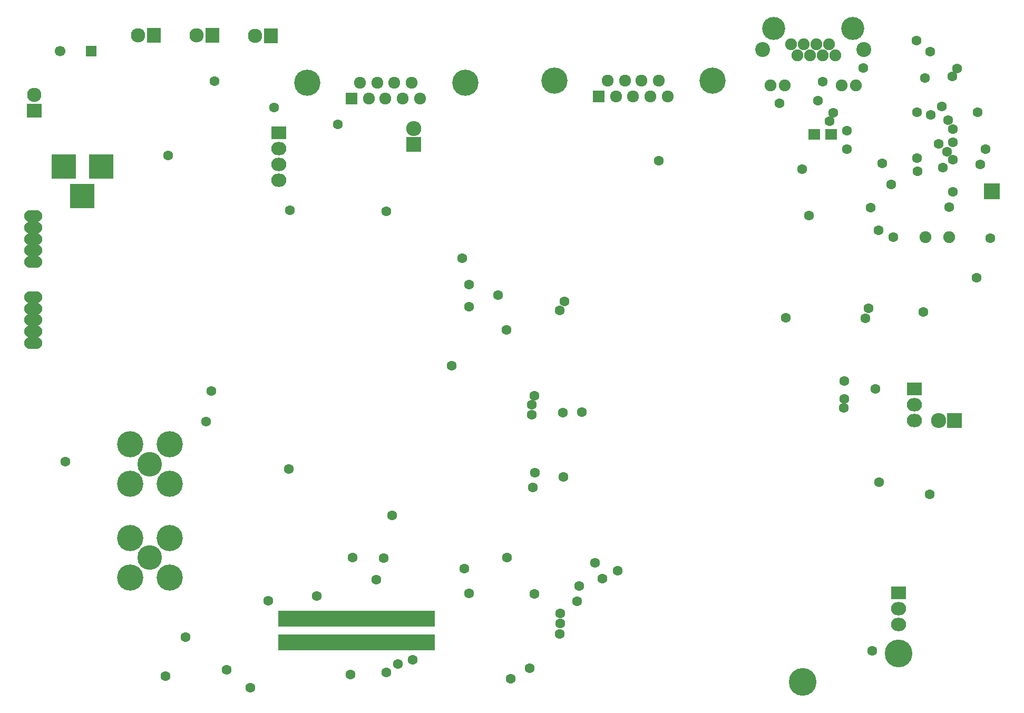
<source format=gbr>
G04 #@! TF.FileFunction,Soldermask,Bot*
%FSLAX46Y46*%
G04 Gerber Fmt 4.6, Leading zero omitted, Abs format (unit mm)*
G04 Created by KiCad (PCBNEW 4.0.2-1.fc23-product) date Thu 28 Jul 2016 11:49:27 AM EEST*
%MOMM*%
G01*
G04 APERTURE LIST*
%ADD10C,0.100000*%
%ADD11R,0.700000X2.559000*%
%ADD12C,4.210000*%
%ADD13R,1.924000X1.924000*%
%ADD14C,1.924000*%
%ADD15R,3.900120X3.900120*%
%ADD16R,2.300000X2.400000*%
%ADD17C,2.300000*%
%ADD18R,2.400000X2.300000*%
%ADD19R,2.432000X2.432000*%
%ADD20O,2.432000X2.432000*%
%ADD21R,2.432000X2.127200*%
%ADD22O,2.432000X2.127200*%
%ADD23R,2.635200X2.635200*%
%ADD24R,1.900000X1.700000*%
%ADD25O,2.899360X1.901140*%
%ADD26C,4.464000*%
%ADD27C,1.901140*%
%ADD28R,1.700000X1.700000*%
%ADD29C,1.700000*%
%ADD30C,2.400000*%
%ADD31C,3.700000*%
%ADD32C,3.956000*%
%ADD33C,1.600000*%
G04 APERTURE END LIST*
D10*
D11*
X111683000Y-134234000D03*
X111183000Y-134234000D03*
X110683000Y-134234000D03*
X110183000Y-134234000D03*
X109683000Y-134234000D03*
X109183000Y-134234000D03*
X108683000Y-134234000D03*
X108183000Y-134234000D03*
X107683000Y-134234000D03*
X107183000Y-134234000D03*
X106683000Y-134234000D03*
X106183000Y-134234000D03*
X105683000Y-134234000D03*
X105183000Y-134234000D03*
X104683000Y-134234000D03*
X104183000Y-134234000D03*
X103683000Y-134234000D03*
X103183000Y-134234000D03*
X102683000Y-134234000D03*
X102183000Y-134234000D03*
X101683000Y-134234000D03*
X101183000Y-134234000D03*
X100683000Y-134234000D03*
X100183000Y-134234000D03*
X99683000Y-134234000D03*
X112183000Y-134234000D03*
X112683000Y-134234000D03*
X113183000Y-134234000D03*
X113683000Y-134234000D03*
X114183000Y-134234000D03*
X114683000Y-134234000D03*
X115183000Y-134234000D03*
X115683000Y-134234000D03*
X116183000Y-134234000D03*
X116683000Y-134234000D03*
X117183000Y-134234000D03*
X117683000Y-134234000D03*
X118183000Y-134234000D03*
X118683000Y-134234000D03*
X119183000Y-134234000D03*
X119683000Y-134234000D03*
X120183000Y-134234000D03*
X120683000Y-134234000D03*
X121183000Y-134234000D03*
X121683000Y-134234000D03*
X122183000Y-134234000D03*
X122683000Y-134234000D03*
X123183000Y-134234000D03*
X123683000Y-134234000D03*
X124183000Y-134234000D03*
X124183000Y-130434000D03*
X123683000Y-130434000D03*
X123183000Y-130434000D03*
X122683000Y-130434000D03*
X122183000Y-130434000D03*
X121683000Y-130434000D03*
X121183000Y-130434000D03*
X120683000Y-130434000D03*
X120183000Y-130434000D03*
X119683000Y-130434000D03*
X119183000Y-130434000D03*
X118683000Y-130434000D03*
X118183000Y-130434000D03*
X117683000Y-130434000D03*
X117183000Y-130434000D03*
X116683000Y-130434000D03*
X116183000Y-130434000D03*
X115683000Y-130434000D03*
X115183000Y-130434000D03*
X114683000Y-130434000D03*
X114183000Y-130434000D03*
X113683000Y-130434000D03*
X113183000Y-130434000D03*
X112683000Y-130434000D03*
X112183000Y-130434000D03*
X99683000Y-130434000D03*
X100183000Y-130434000D03*
X100683000Y-130434000D03*
X101183000Y-130434000D03*
X101683000Y-130434000D03*
X102183000Y-130434000D03*
X102683000Y-130434000D03*
X103183000Y-130434000D03*
X103683000Y-130434000D03*
X104183000Y-130434000D03*
X104683000Y-130434000D03*
X105183000Y-130434000D03*
X105683000Y-130434000D03*
X106183000Y-130434000D03*
X106683000Y-130434000D03*
X107183000Y-130434000D03*
X107683000Y-130434000D03*
X108183000Y-130434000D03*
X108683000Y-130434000D03*
X109183000Y-130434000D03*
X109683000Y-130434000D03*
X110183000Y-130434000D03*
X110683000Y-130434000D03*
X111183000Y-130434000D03*
X111683000Y-130434000D03*
D12*
X169164000Y-43942000D03*
X143764000Y-43942000D03*
D13*
X150876000Y-46482000D03*
D14*
X153670000Y-46482000D03*
X156337000Y-46482000D03*
X159131000Y-46482000D03*
X161925000Y-46482000D03*
X152273000Y-43942000D03*
X155067000Y-43942000D03*
X157734000Y-43942000D03*
X160528000Y-43942000D03*
D15*
X70906640Y-57785000D03*
X64907160Y-57785000D03*
X67906900Y-62484000D03*
D16*
X79375000Y-36703000D03*
D17*
X76835000Y-36703000D03*
D16*
X88773000Y-36703000D03*
D17*
X86233000Y-36703000D03*
D18*
X60198000Y-48768000D03*
D17*
X60198000Y-46228000D03*
D16*
X98171000Y-36766500D03*
D17*
X95631000Y-36766500D03*
D12*
X129413000Y-44259500D03*
X104013000Y-44259500D03*
D13*
X111125000Y-46799500D03*
D14*
X113919000Y-46799500D03*
X116586000Y-46799500D03*
X119380000Y-46799500D03*
X122174000Y-46799500D03*
X112522000Y-44259500D03*
X115316000Y-44259500D03*
X117983000Y-44259500D03*
X120777000Y-44259500D03*
D19*
X208026000Y-98552000D03*
D20*
X205486000Y-98552000D03*
D21*
X201549000Y-93472000D03*
D22*
X201549000Y-96012000D03*
X201549000Y-98552000D03*
D21*
X199009000Y-126238000D03*
D22*
X199009000Y-128778000D03*
X199009000Y-131318000D03*
D23*
X213995000Y-61722000D03*
D21*
X99441000Y-52324000D03*
D22*
X99441000Y-54864000D03*
X99441000Y-57404000D03*
X99441000Y-59944000D03*
D19*
X121158000Y-54229000D03*
D20*
X121158000Y-51689000D03*
D24*
X185492000Y-52578000D03*
X188192000Y-52578000D03*
D25*
X60043060Y-82423000D03*
X60043060Y-86123780D03*
X60043060Y-78722220D03*
X60043060Y-80622140D03*
X60043060Y-84223860D03*
X60043060Y-69405500D03*
X60043060Y-73106280D03*
X60043060Y-65704720D03*
X60043060Y-67604640D03*
X60043060Y-71206360D03*
D26*
X183642000Y-140589000D03*
X199009000Y-136017000D03*
D27*
X207131920Y-69088000D03*
X203332080Y-69088000D03*
D28*
X69342000Y-39243000D03*
D29*
X64342000Y-39243000D03*
D30*
X193421000Y-38989000D03*
D27*
X178435000Y-44704000D03*
X180721000Y-44704000D03*
X189865000Y-44704000D03*
X192151000Y-44704000D03*
X188849000Y-39878000D03*
X186817000Y-39878000D03*
X184785000Y-39878000D03*
X182753000Y-39878000D03*
X185801000Y-38100000D03*
X183769000Y-38100000D03*
X187833000Y-38100000D03*
X181737000Y-38100000D03*
D31*
X178943000Y-35560000D03*
X191643000Y-35560000D03*
D30*
X177165000Y-38989000D03*
D12*
X75565000Y-117424000D03*
D32*
X78740000Y-120599000D03*
D12*
X81915000Y-117424000D03*
X75565000Y-123774000D03*
X81915000Y-123774000D03*
X81915000Y-102387000D03*
D32*
X78740000Y-105562000D03*
D12*
X81915000Y-108737000D03*
X75565000Y-102387000D03*
X75565000Y-108737000D03*
D33*
X121008140Y-136989820D03*
X136147000Y-120545000D03*
X140289000Y-109272000D03*
X101092000Y-106375000D03*
X207642000Y-43243800D03*
X207732000Y-51727200D03*
X204151000Y-39290000D03*
X190751000Y-51955500D03*
X190754000Y-54965600D03*
X203004000Y-81154600D03*
X186838000Y-44131600D03*
X204046000Y-110377000D03*
X213741000Y-69271800D03*
X65136800Y-105156000D03*
X118577360Y-137660380D03*
X91059000Y-138645900D03*
X81244440Y-139613640D03*
X84459900Y-133380000D03*
X88625200Y-93781600D03*
X145186000Y-107594000D03*
X180888000Y-82042000D03*
X193727000Y-82157200D03*
X94920800Y-141460000D03*
X87795900Y-98726700D03*
X194827000Y-135540000D03*
X127198000Y-89775200D03*
X116733000Y-64987500D03*
X101216000Y-64790900D03*
X98691500Y-48249700D03*
X130053000Y-80302400D03*
X130004000Y-76746000D03*
X144577000Y-80822800D03*
X140577000Y-106924000D03*
X205436000Y-54102000D03*
X212989000Y-54932600D03*
X204180000Y-49462200D03*
X183499000Y-58172200D03*
X194197000Y-80518000D03*
X198198000Y-69088000D03*
X196444000Y-57200800D03*
X201968000Y-56375500D03*
X211570000Y-75610700D03*
X207164940Y-64259460D03*
X179883000Y-47548800D03*
X188530000Y-49129100D03*
X186104000Y-47207400D03*
X207728000Y-61772000D03*
X140491000Y-94552100D03*
X136042000Y-84023200D03*
X128949000Y-72474800D03*
X140136000Y-97588500D03*
X206103000Y-57912000D03*
X190308000Y-95112500D03*
X207735000Y-56642000D03*
X195299000Y-93472000D03*
X206819000Y-55372000D03*
X190314000Y-92202000D03*
X207745000Y-53863900D03*
X212156000Y-57378500D03*
X134704000Y-78381400D03*
X140136000Y-96012000D03*
X207012000Y-50292000D03*
X201904000Y-37518000D03*
X211714000Y-49022000D03*
X208422000Y-41990000D03*
X205953000Y-48099600D03*
X203263000Y-43566400D03*
X202006000Y-49022000D03*
X187915000Y-50503400D03*
X197866000Y-60655200D03*
X194532000Y-64360100D03*
X202049000Y-58532400D03*
X147371000Y-127559000D03*
X147726000Y-125120000D03*
X151485000Y-123952000D03*
X153875000Y-122682000D03*
X150301000Y-121412000D03*
X117683280Y-113771680D03*
X116758720Y-139070080D03*
X139781280Y-138394440D03*
X144597120Y-132831840D03*
X136682480Y-140063220D03*
X110987840Y-139374880D03*
X97810320Y-127543560D03*
X105582720Y-126751080D03*
X190252000Y-96547100D03*
X140546000Y-126453000D03*
X145339000Y-79451200D03*
X193364000Y-41903300D03*
X195783000Y-68021200D03*
X184658000Y-65633600D03*
X148133000Y-97180400D03*
X145136000Y-97282000D03*
X89099700Y-44033700D03*
X144635220Y-131124960D03*
X108929000Y-50969400D03*
X144635220Y-129583180D03*
X160528000Y-56853600D03*
X81690500Y-55957200D03*
X195934000Y-108441000D03*
X116286280Y-120616980D03*
X129997000Y-126289000D03*
X129235000Y-122326000D03*
X115100100Y-124091700D03*
X111312960Y-120533160D03*
M02*

</source>
